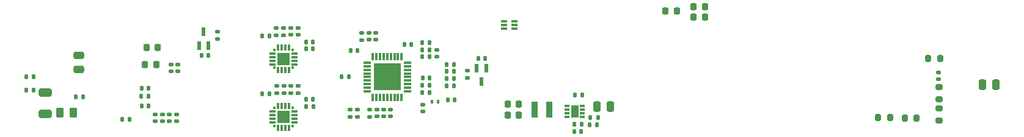
<source format=gtp>
G04 #@! TF.GenerationSoftware,KiCad,Pcbnew,(6.0.10)*
G04 #@! TF.CreationDate,2022-12-27T09:49:49+02:00*
G04 #@! TF.ProjectId,dock_rs232,646f636b-5f72-4733-9233-322e6b696361,rev?*
G04 #@! TF.SameCoordinates,Original*
G04 #@! TF.FileFunction,Paste,Top*
G04 #@! TF.FilePolarity,Positive*
%FSLAX46Y46*%
G04 Gerber Fmt 4.6, Leading zero omitted, Abs format (unit mm)*
G04 Created by KiCad (PCBNEW (6.0.10)) date 2022-12-27 09:49:49*
%MOMM*%
%LPD*%
G01*
G04 APERTURE LIST*
G04 Aperture macros list*
%AMRoundRect*
0 Rectangle with rounded corners*
0 $1 Rounding radius*
0 $2 $3 $4 $5 $6 $7 $8 $9 X,Y pos of 4 corners*
0 Add a 4 corners polygon primitive as box body*
4,1,4,$2,$3,$4,$5,$6,$7,$8,$9,$2,$3,0*
0 Add four circle primitives for the rounded corners*
1,1,$1+$1,$2,$3*
1,1,$1+$1,$4,$5*
1,1,$1+$1,$6,$7*
1,1,$1+$1,$8,$9*
0 Add four rect primitives between the rounded corners*
20,1,$1+$1,$2,$3,$4,$5,0*
20,1,$1+$1,$4,$5,$6,$7,0*
20,1,$1+$1,$6,$7,$8,$9,0*
20,1,$1+$1,$8,$9,$2,$3,0*%
G04 Aperture macros list end*
%ADD10R,0.500000X1.150000*%
%ADD11RoundRect,0.135000X-0.135000X-0.185000X0.135000X-0.185000X0.135000X0.185000X-0.135000X0.185000X0*%
%ADD12R,0.400000X0.500000*%
%ADD13RoundRect,0.140000X0.140000X0.170000X-0.140000X0.170000X-0.140000X-0.170000X0.140000X-0.170000X0*%
%ADD14RoundRect,0.135000X0.135000X0.185000X-0.135000X0.185000X-0.135000X-0.185000X0.135000X-0.185000X0*%
%ADD15RoundRect,0.225000X0.225000X0.250000X-0.225000X0.250000X-0.225000X-0.250000X0.225000X-0.250000X0*%
%ADD16RoundRect,0.140000X-0.170000X0.140000X-0.170000X-0.140000X0.170000X-0.140000X0.170000X0.140000X0*%
%ADD17RoundRect,0.200000X0.200000X0.275000X-0.200000X0.275000X-0.200000X-0.275000X0.200000X-0.275000X0*%
%ADD18RoundRect,0.225000X-0.225000X-0.250000X0.225000X-0.250000X0.225000X0.250000X-0.225000X0.250000X0*%
%ADD19RoundRect,0.140000X0.170000X-0.140000X0.170000X0.140000X-0.170000X0.140000X-0.170000X-0.140000X0*%
%ADD20R,0.700000X0.300000*%
%ADD21R,1.000000X1.800000*%
%ADD22R,1.100000X0.300000*%
%ADD23R,0.300000X1.100000*%
%ADD24R,3.800000X3.800000*%
%ADD25RoundRect,0.250000X0.250000X0.475000X-0.250000X0.475000X-0.250000X-0.475000X0.250000X-0.475000X0*%
%ADD26RoundRect,0.135000X-0.185000X0.135000X-0.185000X-0.135000X0.185000X-0.135000X0.185000X0.135000X0*%
%ADD27RoundRect,0.135000X0.185000X-0.135000X0.185000X0.135000X-0.185000X0.135000X-0.185000X-0.135000X0*%
%ADD28R,0.300000X0.300000*%
%ADD29R,0.900000X0.300000*%
%ADD30R,0.300000X0.900000*%
%ADD31R,1.800000X1.800000*%
%ADD32RoundRect,0.140000X-0.140000X-0.170000X0.140000X-0.170000X0.140000X0.170000X-0.140000X0.170000X0*%
%ADD33RoundRect,0.218750X0.218750X0.256250X-0.218750X0.256250X-0.218750X-0.256250X0.218750X-0.256250X0*%
%ADD34R,0.850000X0.300000*%
%ADD35RoundRect,0.250000X0.262500X0.450000X-0.262500X0.450000X-0.262500X-0.450000X0.262500X-0.450000X0*%
%ADD36R,0.850000X2.200000*%
%ADD37RoundRect,0.200000X0.275000X-0.200000X0.275000X0.200000X-0.275000X0.200000X-0.275000X-0.200000X0*%
%ADD38RoundRect,0.250000X0.650000X-0.325000X0.650000X0.325000X-0.650000X0.325000X-0.650000X-0.325000X0*%
%ADD39RoundRect,0.250000X-0.475000X0.250000X-0.475000X-0.250000X0.475000X-0.250000X0.475000X0.250000X0*%
G04 APERTURE END LIST*
D10*
X286597072Y-105396201D03*
X285297072Y-105396201D03*
X285947072Y-107296201D03*
D11*
X277755919Y-108787354D03*
X278775919Y-108787354D03*
D12*
X279101722Y-110035398D03*
X279901722Y-110035398D03*
D13*
X239780919Y-110672354D03*
X238820919Y-110672354D03*
D14*
X256565919Y-100927354D03*
X255545919Y-100927354D03*
D11*
X277756722Y-102842354D03*
X278776722Y-102842354D03*
D15*
X316880919Y-98317354D03*
X315330919Y-98317354D03*
D16*
X241720919Y-111812354D03*
X241720919Y-112772354D03*
D13*
X262581722Y-101727354D03*
X261621722Y-101727354D03*
D16*
X259535919Y-99827354D03*
X259535919Y-100787354D03*
D14*
X256565919Y-108992354D03*
X255545919Y-108992354D03*
D17*
X342550919Y-112257354D03*
X340900919Y-112257354D03*
D18*
X289560919Y-111947354D03*
X291110919Y-111947354D03*
D16*
X271325919Y-100472004D03*
X271325919Y-101432004D03*
D19*
X242890919Y-105842354D03*
X242890919Y-104882354D03*
D15*
X316880919Y-96817354D03*
X315330919Y-96817354D03*
D17*
X349505919Y-104042354D03*
X347855919Y-104042354D03*
D14*
X282126722Y-106867354D03*
X281106722Y-106867354D03*
D20*
X299895919Y-112148854D03*
X299895919Y-111648854D03*
X299895919Y-111148854D03*
X299895919Y-110648854D03*
X297795919Y-110648854D03*
X297795919Y-111148854D03*
X297795919Y-111648854D03*
X297795919Y-112148854D03*
D21*
X298845919Y-111398854D03*
D22*
X270071722Y-104637354D03*
X270071722Y-105137354D03*
X270071722Y-105637354D03*
X270071722Y-106137354D03*
X270071722Y-106637354D03*
X270071722Y-107137354D03*
X270071722Y-107637354D03*
X270071722Y-108137354D03*
X270071722Y-108637354D03*
D23*
X270871722Y-109437354D03*
X271371722Y-109437354D03*
X271871722Y-109437354D03*
X272371722Y-109437354D03*
X272871722Y-109437354D03*
X273371722Y-109437354D03*
X273871722Y-109437354D03*
X274371722Y-109437354D03*
X274871722Y-109437354D03*
D22*
X275671722Y-108637354D03*
X275671722Y-108137354D03*
X275671722Y-107637354D03*
X275671722Y-107137354D03*
X275671722Y-106637354D03*
X275671722Y-106137354D03*
X275671722Y-105637354D03*
X275671722Y-105137354D03*
X275671722Y-104637354D03*
D23*
X274871722Y-103837354D03*
X274371722Y-103837354D03*
X273871722Y-103837354D03*
X273371722Y-103837354D03*
X272871722Y-103837354D03*
X272371722Y-103837354D03*
X271871722Y-103837354D03*
X271371722Y-103837354D03*
X270871722Y-103837354D03*
D24*
X272871722Y-106637354D03*
D25*
X357255919Y-107717354D03*
X355355919Y-107717354D03*
D13*
X278741722Y-106797354D03*
X277781722Y-106797354D03*
D16*
X242700919Y-111822354D03*
X242700919Y-112782354D03*
X349305919Y-105962354D03*
X349305919Y-106922354D03*
D14*
X223885919Y-108457354D03*
X222865919Y-108457354D03*
D16*
X279741722Y-102837354D03*
X279741722Y-103797354D03*
D13*
X282215919Y-109817354D03*
X281255919Y-109817354D03*
D26*
X267755919Y-111177354D03*
X267755919Y-112197354D03*
D19*
X271415919Y-112137354D03*
X271415919Y-111177354D03*
D17*
X346230919Y-112327354D03*
X344580919Y-112327354D03*
D14*
X301965919Y-113242354D03*
X300945919Y-113242354D03*
D27*
X249353419Y-101327354D03*
X249353419Y-100307354D03*
D16*
X260515919Y-99827354D03*
X260515919Y-100787354D03*
D14*
X299865919Y-109137354D03*
X298845919Y-109137354D03*
D13*
X299760919Y-114212354D03*
X298800919Y-114212354D03*
D16*
X260555919Y-107887354D03*
X260555919Y-108847354D03*
D28*
X259736372Y-105362004D03*
D29*
X260036372Y-104862004D03*
X260036372Y-104362004D03*
X260036372Y-103862004D03*
X260036372Y-103362004D03*
D28*
X259736372Y-102862004D03*
D30*
X259236372Y-102562004D03*
X258736372Y-102562004D03*
X258236372Y-102562004D03*
X257736372Y-102562004D03*
D28*
X257236372Y-102862004D03*
D29*
X256936372Y-103362004D03*
X256936372Y-103862004D03*
X256936372Y-104362004D03*
X256936372Y-104862004D03*
D28*
X257236372Y-105362004D03*
D30*
X257736372Y-105662004D03*
X258236372Y-105662004D03*
X258736372Y-105662004D03*
X259236372Y-105662004D03*
D31*
X258486372Y-104112004D03*
D26*
X257525919Y-99817354D03*
X257525919Y-100837354D03*
D32*
X266571722Y-106617354D03*
X267531722Y-106617354D03*
D16*
X243670919Y-111812354D03*
X243670919Y-112772354D03*
D33*
X241073419Y-102497354D03*
X239498419Y-102497354D03*
D27*
X258551722Y-108877354D03*
X258551722Y-107857354D03*
D14*
X223885919Y-106597354D03*
X222865919Y-106597354D03*
D19*
X243860919Y-105842354D03*
X243860919Y-104882354D03*
D34*
X289105919Y-98917354D03*
X289105919Y-99417354D03*
X289105919Y-99917354D03*
X290505919Y-99917354D03*
X290505919Y-99417354D03*
X290505919Y-98917354D03*
D14*
X299790919Y-113237354D03*
X298770919Y-113237354D03*
D18*
X289570919Y-110437354D03*
X291120919Y-110437354D03*
D13*
X237150919Y-112532354D03*
X236190919Y-112532354D03*
D32*
X267815919Y-102992004D03*
X268775919Y-102992004D03*
D14*
X239815919Y-109267354D03*
X238795919Y-109267354D03*
D32*
X247125919Y-103597354D03*
X248085919Y-103597354D03*
D35*
X229368419Y-111617354D03*
X227543419Y-111617354D03*
D19*
X272385919Y-112127354D03*
X272385919Y-111167354D03*
D33*
X240868419Y-104892354D03*
X239293419Y-104892354D03*
D36*
X295370919Y-111167354D03*
X293320919Y-111167354D03*
D37*
X349380919Y-112667354D03*
X349380919Y-111017354D03*
D38*
X225505919Y-111742354D03*
X225505919Y-108792354D03*
D28*
X259756372Y-113433157D03*
D29*
X260056372Y-112933157D03*
X260056372Y-112433157D03*
X260056372Y-111933157D03*
X260056372Y-111433157D03*
D28*
X259756372Y-110933157D03*
D30*
X259256372Y-110633157D03*
X258756372Y-110633157D03*
X258256372Y-110633157D03*
X257756372Y-110633157D03*
D28*
X257256372Y-110933157D03*
D29*
X256956372Y-111433157D03*
X256956372Y-111933157D03*
X256956372Y-112433157D03*
X256956372Y-112933157D03*
D28*
X257256372Y-113433157D03*
D30*
X257756372Y-113733157D03*
X258256372Y-113733157D03*
X258756372Y-113733157D03*
X259256372Y-113733157D03*
D31*
X258506372Y-112183157D03*
D19*
X277795919Y-111427704D03*
X277795919Y-110467704D03*
D14*
X278776722Y-103842354D03*
X277756722Y-103842354D03*
D11*
X281106722Y-104867354D03*
X282126722Y-104867354D03*
D16*
X270335919Y-100472004D03*
X270335919Y-101432004D03*
D11*
X277756722Y-107777354D03*
X278776722Y-107777354D03*
D16*
X259555919Y-107887354D03*
X259555919Y-108847354D03*
D13*
X276221722Y-102067354D03*
X275261722Y-102067354D03*
D25*
X303805919Y-110737354D03*
X301905919Y-110737354D03*
D11*
X229745919Y-109417354D03*
X230765919Y-109417354D03*
D26*
X257555919Y-107857354D03*
X257555919Y-108877354D03*
D11*
X277756722Y-101817354D03*
X278776722Y-101817354D03*
D16*
X240750919Y-111812354D03*
X240750919Y-112772354D03*
D13*
X239780919Y-108242354D03*
X238820919Y-108242354D03*
D14*
X302065919Y-112237354D03*
X301045919Y-112237354D03*
D37*
X349355919Y-109692354D03*
X349355919Y-108042354D03*
D13*
X262611722Y-110737354D03*
X261651722Y-110737354D03*
D27*
X258536372Y-100837354D03*
X258536372Y-99817354D03*
D19*
X273345919Y-112127354D03*
X273345919Y-111167354D03*
D10*
X246793419Y-102267354D03*
X248093419Y-102267354D03*
X247443419Y-100367354D03*
D13*
X262581722Y-102707354D03*
X261621722Y-102707354D03*
X286455919Y-104046201D03*
X285495919Y-104046201D03*
D26*
X283960919Y-105771201D03*
X283960919Y-106791201D03*
D19*
X270455919Y-112147354D03*
X270455919Y-111187354D03*
D13*
X262601722Y-109767354D03*
X261641722Y-109767354D03*
D26*
X268755919Y-111177354D03*
X268755919Y-112197354D03*
D39*
X230155919Y-103667354D03*
X230155919Y-105567354D03*
D33*
X312993419Y-97417354D03*
X311418419Y-97417354D03*
D11*
X281111722Y-105867354D03*
X282131722Y-105867354D03*
X281106722Y-107867354D03*
X282126722Y-107867354D03*
D26*
X269331722Y-100457354D03*
X269331722Y-101477354D03*
M02*

</source>
